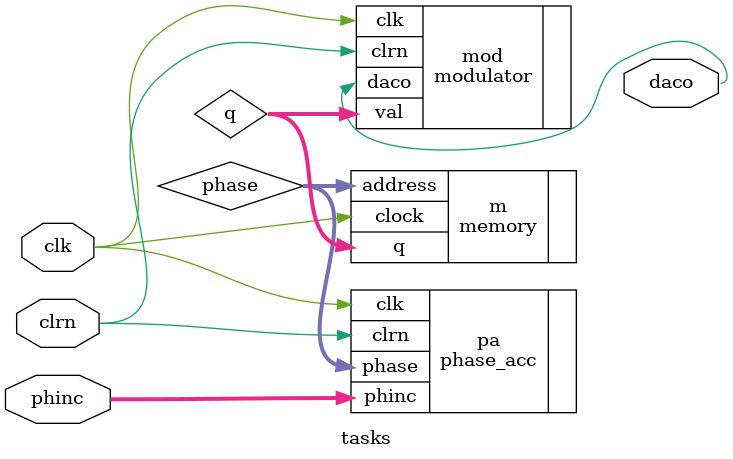
<source format=v>
module tasks (phinc,clk,clrn,daco);
input [7:0]phinc; //величина приращения фазы за один период тактового сигнала
input clk,        //clk – тактовый сигнал
		clrn;       //clrn – вход асинхронного сброса		 
output daco;      //daco – выход модулятора	

wire   [7:0] phase;
wire   [7:0] q;

phase_acc pa(.phinc(phinc), .clk(clk), .clrn(clrn), .phase(phase));

memory m(.address(phase), .clock(clk), .q(q));

modulator mod(.val(q), .clk(clk), .clrn(clrn), .daco(daco));

endmodule

</source>
